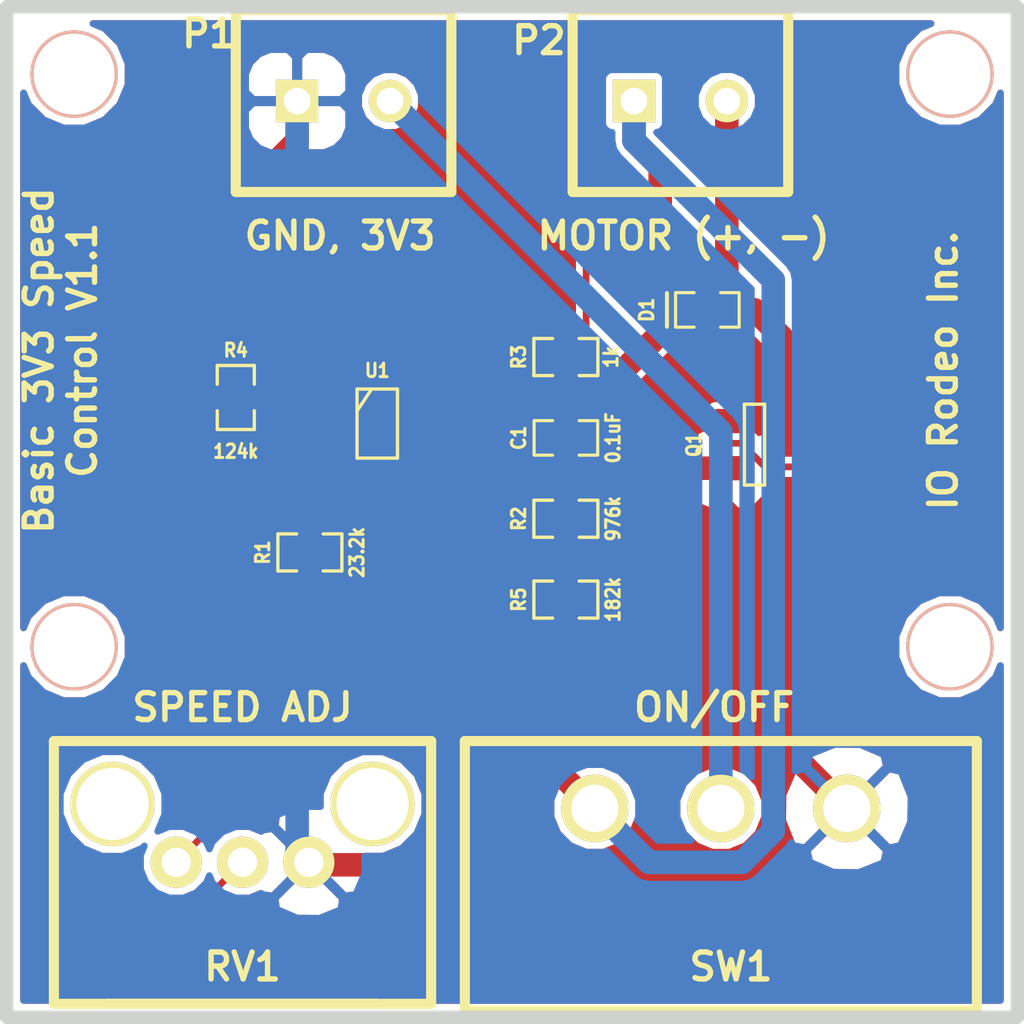
<source format=kicad_pcb>
(kicad_pcb (version 3) (host pcbnew "(2013-mar-13)-testing")

  (general
    (links 23)
    (no_connects 0)
    (area 20.436115 22.1996 66.056934 66.1924)
    (thickness 1.6)
    (drawings 10)
    (tracks 90)
    (zones 0)
    (modules 17)
    (nets 11)
  )

  (page A4)
  (layers
    (15 F.Cu signal)
    (0 B.Cu signal)
    (16 B.Adhes user)
    (17 F.Adhes user)
    (18 B.Paste user)
    (19 F.Paste user)
    (20 B.SilkS user)
    (21 F.SilkS user)
    (22 B.Mask user)
    (23 F.Mask user)
    (24 Dwgs.User user)
    (25 Cmts.User user)
    (26 Eco1.User user)
    (27 Eco2.User user)
    (28 Edge.Cuts user)
  )

  (setup
    (last_trace_width 0.254)
    (trace_clearance 0.254)
    (zone_clearance 0.254)
    (zone_45_only no)
    (trace_min 0.254)
    (segment_width 0.2)
    (edge_width 0.1)
    (via_size 0.889)
    (via_drill 0.635)
    (via_min_size 0.889)
    (via_min_drill 0.508)
    (uvia_size 0.508)
    (uvia_drill 0.127)
    (uvias_allowed no)
    (uvia_min_size 0.508)
    (uvia_min_drill 0.127)
    (pcb_text_width 0.3)
    (pcb_text_size 1.5 1.5)
    (mod_edge_width 0.15)
    (mod_text_size 1 1)
    (mod_text_width 0.15)
    (pad_size 1.5 1.5)
    (pad_drill 0.6)
    (pad_to_mask_clearance 0)
    (aux_axis_origin 0 0)
    (visible_elements FFFFFF7F)
    (pcbplotparams
      (layerselection 284196865)
      (usegerberextensions true)
      (excludeedgelayer true)
      (linewidth 0.150000)
      (plotframeref false)
      (viasonmask false)
      (mode 1)
      (useauxorigin false)
      (hpglpennumber 1)
      (hpglpenspeed 20)
      (hpglpendiameter 15)
      (hpglpenoverlay 2)
      (psnegative false)
      (psa4output false)
      (plotreference true)
      (plotvalue true)
      (plotothertext true)
      (plotinvisibletext false)
      (padsonsilk false)
      (subtractmaskfromsilk false)
      (outputformat 1)
      (mirror false)
      (drillshape 0)
      (scaleselection 1)
      (outputdirectory gerber_v1p1/))
  )

  (net 0 "")
  (net 1 +3.3V)
  (net 2 GND)
  (net 3 N-000001)
  (net 4 N-0000010)
  (net 5 N-000002)
  (net 6 N-000003)
  (net 7 N-000004)
  (net 8 N-000006)
  (net 9 N-000007)
  (net 10 N-000008)

  (net_class Default "This is the default net class."
    (clearance 0.254)
    (trace_width 0.254)
    (via_dia 0.889)
    (via_drill 0.635)
    (uvia_dia 0.508)
    (uvia_drill 0.127)
    (add_net "")
    (add_net N-0000010)
    (add_net N-000002)
    (add_net N-000003)
    (add_net N-000006)
    (add_net N-000007)
    (add_net N-000008)
  )

  (net_class PWR ""
    (clearance 0.254)
    (trace_width 0.889)
    (via_dia 0.889)
    (via_drill 0.635)
    (uvia_dia 0.508)
    (uvia_drill 0.127)
    (add_net +3.3V)
    (add_net GND)
    (add_net N-000001)
    (add_net N-000004)
  )

  (module SM0603_Capa (layer F.Cu) (tedit 529F9814) (tstamp 529F90D8)
    (at 46.482 41.656)
    (path /529D4B5F)
    (attr smd)
    (fp_text reference C1 (at -1.778 0 90) (layer F.SilkS)
      (effects (font (size 0.508 0.4572) (thickness 0.1143)))
    )
    (fp_text value 0.1uF (at 1.778 0 90) (layer F.SilkS)
      (effects (font (size 0.508 0.4572) (thickness 0.1143)))
    )
    (fp_line (start 0.50038 0.65024) (end 1.19888 0.65024) (layer F.SilkS) (width 0.11938))
    (fp_line (start -0.50038 0.65024) (end -1.19888 0.65024) (layer F.SilkS) (width 0.11938))
    (fp_line (start 0.50038 -0.65024) (end 1.19888 -0.65024) (layer F.SilkS) (width 0.11938))
    (fp_line (start -1.19888 -0.65024) (end -0.50038 -0.65024) (layer F.SilkS) (width 0.11938))
    (fp_line (start 1.19888 -0.635) (end 1.19888 0.635) (layer F.SilkS) (width 0.11938))
    (fp_line (start -1.19888 0.635) (end -1.19888 -0.635) (layer F.SilkS) (width 0.11938))
    (pad 1 smd rect (at -0.762 0) (size 0.635 1.143)
      (layers F.Cu F.Paste F.Mask)
      (net 1 +3.3V)
    )
    (pad 2 smd rect (at 0.762 0) (size 0.635 1.143)
      (layers F.Cu F.Paste F.Mask)
      (net 2 GND)
    )
    (model smd\capacitors\C0603.wrl
      (at (xyz 0 0 0.001))
      (scale (xyz 0.5 0.5 0.5))
      (rotate (xyz 0 0 0))
    )
  )

  (module SM0603_Diode (layer F.Cu) (tedit 529F98E3) (tstamp 529F90E5)
    (at 51.816 36.83 180)
    (path /529EAABE)
    (attr smd)
    (fp_text reference D1 (at 2.286 0 270) (layer F.SilkS)
      (effects (font (size 0.508 0.4572) (thickness 0.1143)))
    )
    (fp_text value DIODESCH (at -1.651 0 270) (layer F.SilkS) hide
      (effects (font (size 0.508 0.4572) (thickness 0.1143)))
    )
    (fp_line (start 1.524 -0.635) (end 1.524 0.635) (layer F.SilkS) (width 0.15))
    (fp_line (start 0.50038 0.65024) (end 1.19888 0.65024) (layer F.SilkS) (width 0.11938))
    (fp_line (start -0.50038 0.65024) (end -1.19888 0.65024) (layer F.SilkS) (width 0.11938))
    (fp_line (start 0.50038 -0.65024) (end 1.19888 -0.65024) (layer F.SilkS) (width 0.11938))
    (fp_line (start -1.19888 -0.65024) (end -0.50038 -0.65024) (layer F.SilkS) (width 0.11938))
    (fp_line (start 1.19888 -0.635) (end 1.19888 0.635) (layer F.SilkS) (width 0.11938))
    (fp_line (start -1.19888 0.635) (end -1.19888 -0.635) (layer F.SilkS) (width 0.11938))
    (pad 1 smd rect (at -0.762 0 180) (size 0.635 1.143)
      (layers F.Cu F.Paste F.Mask)
      (net 7 N-000004)
    )
    (pad 2 smd rect (at 0.762 0 180) (size 0.635 1.143)
      (layers F.Cu F.Paste F.Mask)
      (net 1 +3.3V)
    )
    (model smd\capacitors\C0603.wrl
      (at (xyz 0 0 0.001))
      (scale (xyz 0.5 0.5 0.5))
      (rotate (xyz 0 0 0))
    )
  )

  (module BLOCK_CONN_2X1 (layer F.Cu) (tedit 529F994E) (tstamp 529F90EF)
    (at 38.1 28.956)
    (path /529D4883)
    (fp_text reference P1 (at -5.08 -2.54) (layer F.SilkS)
      (effects (font (size 1.016 1.016) (thickness 0.2032)))
    )
    (fp_text value CONN_2 (at 0.508 -5.588) (layer F.SilkS) hide
      (effects (font (thickness 0.3048)))
    )
    (fp_line (start -4.064 -3.429) (end -4.064 3.429) (layer F.SilkS) (width 0.381))
    (fp_line (start -4.064 3.429) (end 4.064 3.429) (layer F.SilkS) (width 0.381))
    (fp_line (start 4.064 3.429) (end 4.064 -3.429) (layer F.SilkS) (width 0.381))
    (fp_line (start 4.064 -3.429) (end -4.064 -3.429) (layer F.SilkS) (width 0.381))
    (pad 1 thru_hole rect (at -1.75006 0) (size 1.6002 1.6002) (drill 1.00076)
      (layers *.Cu *.Mask F.SilkS)
      (net 2 GND)
    )
    (pad 2 thru_hole circle (at 1.75006 0) (size 1.6002 1.6002) (drill 1.00076)
      (layers *.Cu *.Mask F.SilkS)
      (net 3 N-000001)
    )
  )

  (module BLOCK_CONN_2X1 (layer F.Cu) (tedit 529F994A) (tstamp 529F90F9)
    (at 50.8 28.956)
    (path /529D4D6D)
    (fp_text reference P2 (at -5.334 -2.286) (layer F.SilkS)
      (effects (font (size 1.016 1.016) (thickness 0.2032)))
    )
    (fp_text value CONN_2 (at 0.508 -5.588) (layer F.SilkS) hide
      (effects (font (thickness 0.3048)))
    )
    (fp_line (start -4.064 -3.429) (end -4.064 3.429) (layer F.SilkS) (width 0.381))
    (fp_line (start -4.064 3.429) (end 4.064 3.429) (layer F.SilkS) (width 0.381))
    (fp_line (start 4.064 3.429) (end 4.064 -3.429) (layer F.SilkS) (width 0.381))
    (fp_line (start 4.064 -3.429) (end -4.064 -3.429) (layer F.SilkS) (width 0.381))
    (pad 1 thru_hole rect (at -1.75006 0) (size 1.6002 1.6002) (drill 1.00076)
      (layers *.Cu *.Mask F.SilkS)
      (net 1 +3.3V)
    )
    (pad 2 thru_hole circle (at 1.75006 0) (size 1.6002 1.6002) (drill 1.00076)
      (layers *.Cu *.Mask F.SilkS)
      (net 7 N-000004)
    )
  )

  (module SOT23EBC (layer F.Cu) (tedit 529F98C7) (tstamp 529F9104)
    (at 53.594 41.91 90)
    (descr "Module CMS SOT23 Transistore EBC")
    (tags "CMS SOT")
    (path /529D4B40)
    (attr smd)
    (fp_text reference Q1 (at 0 -2.286 90) (layer F.SilkS)
      (effects (font (size 0.508 0.4572) (thickness 0.1143)))
    )
    (fp_text value NPN (at 0 0 90) (layer F.SilkS) hide
      (effects (font (size 0.762 0.762) (thickness 0.2032)))
    )
    (fp_line (start -1.524 -0.381) (end 1.524 -0.381) (layer F.SilkS) (width 0.127))
    (fp_line (start 1.524 -0.381) (end 1.524 0.381) (layer F.SilkS) (width 0.127))
    (fp_line (start 1.524 0.381) (end -1.524 0.381) (layer F.SilkS) (width 0.127))
    (fp_line (start -1.524 0.381) (end -1.524 -0.381) (layer F.SilkS) (width 0.127))
    (pad 1 smd rect (at -0.889 -1.016 90) (size 0.9144 0.9144)
      (layers F.Cu F.Paste F.Mask)
      (net 2 GND)
    )
    (pad 2 smd rect (at 0.889 -1.016 90) (size 0.9144 0.9144)
      (layers F.Cu F.Paste F.Mask)
      (net 5 N-000002)
    )
    (pad 3 smd rect (at 0 1.016 90) (size 0.9144 0.9144)
      (layers F.Cu F.Paste F.Mask)
      (net 7 N-000004)
    )
    (model smd/cms_sot23.wrl
      (at (xyz 0 0 0))
      (scale (xyz 0.13 0.15 0.15))
      (rotate (xyz 0 0 0))
    )
  )

  (module SM0603_Resistor (layer F.Cu) (tedit 529F98F7) (tstamp 529F9110)
    (at 36.83 45.974 180)
    (path /529D3E31)
    (attr smd)
    (fp_text reference R1 (at 1.778 0 270) (layer F.SilkS)
      (effects (font (size 0.50038 0.4572) (thickness 0.1143)))
    )
    (fp_text value 23.2k (at -1.778 0 270) (layer F.SilkS)
      (effects (font (size 0.508 0.4572) (thickness 0.1143)))
    )
    (fp_line (start -0.50038 -0.6985) (end -1.2065 -0.6985) (layer F.SilkS) (width 0.127))
    (fp_line (start -1.2065 -0.6985) (end -1.2065 0.6985) (layer F.SilkS) (width 0.127))
    (fp_line (start -1.2065 0.6985) (end -0.50038 0.6985) (layer F.SilkS) (width 0.127))
    (fp_line (start 1.2065 -0.6985) (end 0.50038 -0.6985) (layer F.SilkS) (width 0.127))
    (fp_line (start 1.2065 -0.6985) (end 1.2065 0.6985) (layer F.SilkS) (width 0.127))
    (fp_line (start 1.2065 0.6985) (end 0.50038 0.6985) (layer F.SilkS) (width 0.127))
    (pad 1 smd rect (at -0.762 0 180) (size 0.635 1.143)
      (layers F.Cu F.Paste F.Mask)
      (net 1 +3.3V)
    )
    (pad 2 smd rect (at 0.762 0 180) (size 0.635 1.143)
      (layers F.Cu F.Paste F.Mask)
      (net 9 N-000007)
    )
    (model smd\resistors\R0603.wrl
      (at (xyz 0 0 0.001))
      (scale (xyz 0.5 0.5 0.5))
      (rotate (xyz 0 0 0))
    )
  )

  (module SM0603_Resistor (layer F.Cu) (tedit 529F981B) (tstamp 529F911C)
    (at 46.482 44.704)
    (path /529D46A6)
    (attr smd)
    (fp_text reference R2 (at -1.778 0 90) (layer F.SilkS)
      (effects (font (size 0.50038 0.4572) (thickness 0.1143)))
    )
    (fp_text value 976k (at 1.778 0 90) (layer F.SilkS)
      (effects (font (size 0.508 0.4572) (thickness 0.1143)))
    )
    (fp_line (start -0.50038 -0.6985) (end -1.2065 -0.6985) (layer F.SilkS) (width 0.127))
    (fp_line (start -1.2065 -0.6985) (end -1.2065 0.6985) (layer F.SilkS) (width 0.127))
    (fp_line (start -1.2065 0.6985) (end -0.50038 0.6985) (layer F.SilkS) (width 0.127))
    (fp_line (start 1.2065 -0.6985) (end 0.50038 -0.6985) (layer F.SilkS) (width 0.127))
    (fp_line (start 1.2065 -0.6985) (end 1.2065 0.6985) (layer F.SilkS) (width 0.127))
    (fp_line (start 1.2065 0.6985) (end 0.50038 0.6985) (layer F.SilkS) (width 0.127))
    (pad 1 smd rect (at -0.762 0) (size 0.635 1.143)
      (layers F.Cu F.Paste F.Mask)
      (net 1 +3.3V)
    )
    (pad 2 smd rect (at 0.762 0) (size 0.635 1.143)
      (layers F.Cu F.Paste F.Mask)
      (net 4 N-0000010)
    )
    (model smd\resistors\R0603.wrl
      (at (xyz 0 0 0.001))
      (scale (xyz 0.5 0.5 0.5))
      (rotate (xyz 0 0 0))
    )
  )

  (module SM0603_Resistor (layer F.Cu) (tedit 529F980A) (tstamp 529F9128)
    (at 46.482 38.608 180)
    (path /529D4BD5)
    (attr smd)
    (fp_text reference R3 (at 1.778 0 270) (layer F.SilkS)
      (effects (font (size 0.50038 0.4572) (thickness 0.1143)))
    )
    (fp_text value 1k (at -1.69926 0 270) (layer F.SilkS)
      (effects (font (size 0.508 0.4572) (thickness 0.1143)))
    )
    (fp_line (start -0.50038 -0.6985) (end -1.2065 -0.6985) (layer F.SilkS) (width 0.127))
    (fp_line (start -1.2065 -0.6985) (end -1.2065 0.6985) (layer F.SilkS) (width 0.127))
    (fp_line (start -1.2065 0.6985) (end -0.50038 0.6985) (layer F.SilkS) (width 0.127))
    (fp_line (start 1.2065 -0.6985) (end 0.50038 -0.6985) (layer F.SilkS) (width 0.127))
    (fp_line (start 1.2065 -0.6985) (end 1.2065 0.6985) (layer F.SilkS) (width 0.127))
    (fp_line (start 1.2065 0.6985) (end 0.50038 0.6985) (layer F.SilkS) (width 0.127))
    (pad 1 smd rect (at -0.762 0 180) (size 0.635 1.143)
      (layers F.Cu F.Paste F.Mask)
      (net 5 N-000002)
    )
    (pad 2 smd rect (at 0.762 0 180) (size 0.635 1.143)
      (layers F.Cu F.Paste F.Mask)
      (net 6 N-000003)
    )
    (model smd\resistors\R0603.wrl
      (at (xyz 0 0 0.001))
      (scale (xyz 0.5 0.5 0.5))
      (rotate (xyz 0 0 0))
    )
  )

  (module SM0603_Resistor (layer F.Cu) (tedit 529F98ED) (tstamp 529F9134)
    (at 34.036 40.132 90)
    (path /529D46DE)
    (attr smd)
    (fp_text reference R4 (at 1.778 0 180) (layer F.SilkS)
      (effects (font (size 0.50038 0.4572) (thickness 0.1143)))
    )
    (fp_text value 124k (at -2.032 0 180) (layer F.SilkS)
      (effects (font (size 0.508 0.4572) (thickness 0.1143)))
    )
    (fp_line (start -0.50038 -0.6985) (end -1.2065 -0.6985) (layer F.SilkS) (width 0.127))
    (fp_line (start -1.2065 -0.6985) (end -1.2065 0.6985) (layer F.SilkS) (width 0.127))
    (fp_line (start -1.2065 0.6985) (end -0.50038 0.6985) (layer F.SilkS) (width 0.127))
    (fp_line (start 1.2065 -0.6985) (end 0.50038 -0.6985) (layer F.SilkS) (width 0.127))
    (fp_line (start 1.2065 -0.6985) (end 1.2065 0.6985) (layer F.SilkS) (width 0.127))
    (fp_line (start 1.2065 0.6985) (end 0.50038 0.6985) (layer F.SilkS) (width 0.127))
    (pad 1 smd rect (at -0.762 0 90) (size 0.635 1.143)
      (layers F.Cu F.Paste F.Mask)
      (net 8 N-000006)
    )
    (pad 2 smd rect (at 0.762 0 90) (size 0.635 1.143)
      (layers F.Cu F.Paste F.Mask)
      (net 2 GND)
    )
    (model smd\resistors\R0603.wrl
      (at (xyz 0 0 0.001))
      (scale (xyz 0.5 0.5 0.5))
      (rotate (xyz 0 0 0))
    )
  )

  (module SM0603_Resistor (layer F.Cu) (tedit 529F9825) (tstamp 529F9140)
    (at 46.482 47.752)
    (path /529D46B5)
    (attr smd)
    (fp_text reference R5 (at -1.778 0 90) (layer F.SilkS)
      (effects (font (size 0.50038 0.4572) (thickness 0.1143)))
    )
    (fp_text value 182k (at 1.778 0 90) (layer F.SilkS)
      (effects (font (size 0.508 0.4572) (thickness 0.1143)))
    )
    (fp_line (start -0.50038 -0.6985) (end -1.2065 -0.6985) (layer F.SilkS) (width 0.127))
    (fp_line (start -1.2065 -0.6985) (end -1.2065 0.6985) (layer F.SilkS) (width 0.127))
    (fp_line (start -1.2065 0.6985) (end -0.50038 0.6985) (layer F.SilkS) (width 0.127))
    (fp_line (start 1.2065 -0.6985) (end 0.50038 -0.6985) (layer F.SilkS) (width 0.127))
    (fp_line (start 1.2065 -0.6985) (end 1.2065 0.6985) (layer F.SilkS) (width 0.127))
    (fp_line (start 1.2065 0.6985) (end 0.50038 0.6985) (layer F.SilkS) (width 0.127))
    (pad 1 smd rect (at -0.762 0) (size 0.635 1.143)
      (layers F.Cu F.Paste F.Mask)
      (net 4 N-0000010)
    )
    (pad 2 smd rect (at 0.762 0) (size 0.635 1.143)
      (layers F.Cu F.Paste F.Mask)
      (net 2 GND)
    )
    (model smd\resistors\R0603.wrl
      (at (xyz 0 0 0.001))
      (scale (xyz 0.5 0.5 0.5))
      (rotate (xyz 0 0 0))
    )
  )

  (module POT_EVUE2J (layer F.Cu) (tedit 529F9D17) (tstamp 529F9150)
    (at 34.29 57.658 270)
    (path /529D3DFF)
    (fp_text reference RV1 (at 3.937 0 360) (layer F.SilkS)
      (effects (font (size 1.016 1.016) (thickness 0.2032)))
    )
    (fp_text value 10k (at -6.604 0.254 360) (layer F.SilkS) hide
      (effects (font (size 1.016 1.016) (thickness 0.2032)))
    )
    (fp_line (start -4.572 7.112) (end 5.334 7.112) (layer F.SilkS) (width 0.381))
    (fp_line (start 5.334 7.112) (end 5.334 -7.112) (layer F.SilkS) (width 0.381))
    (fp_line (start -4.572 6.35) (end -4.572 7.112) (layer F.SilkS) (width 0.381))
    (fp_line (start -4.572 -7.112) (end 5.334 -7.112) (layer F.SilkS) (width 0.381))
    (fp_line (start -4.572 -6.35) (end -4.572 -7.112) (layer F.SilkS) (width 0.381))
    (fp_line (start -4.572 -6.35) (end -4.572 6.35) (layer F.SilkS) (width 0.381))
    (fp_line (start 5.334 -5.08) (end 5.334 5.08) (layer F.SilkS) (width 0.381))
    (pad 1 thru_hole circle (at 0 2.49936 270) (size 1.9304 1.9304) (drill 1.09982)
      (layers *.Cu *.Mask F.SilkS)
      (net 9 N-000007)
    )
    (pad 2 thru_hole circle (at 0 0 270) (size 1.9304 1.9304) (drill 1.09982)
      (layers *.Cu *.Mask F.SilkS)
      (net 10 N-000008)
    )
    (pad 3 thru_hole circle (at 0 -2.49936 270) (size 1.9304 1.9304) (drill 1.09982)
      (layers *.Cu *.Mask F.SilkS)
      (net 2 GND)
    )
    (pad "" thru_hole circle (at -2.19964 4.9022 270) (size 3.175 3.175) (drill 2.7178)
      (layers *.Cu *.Mask F.SilkS)
    )
    (pad "" thru_hole circle (at -2.19964 -4.9022 270) (size 3.175 3.175) (drill 2.7178)
      (layers *.Cu *.Mask F.SilkS)
    )
  )

  (module SLIDE_SWITCH (layer F.Cu) (tedit 529F9D12) (tstamp 529F915B)
    (at 52.324 58.166)
    (path /529D5079)
    (fp_text reference SW1 (at 0.381 3.429) (layer F.SilkS)
      (effects (font (size 1.016 1.016) (thickness 0.2032)))
    )
    (fp_text value SWITCH_INV (at 0 6.858) (layer F.SilkS) hide
      (effects (font (thickness 0.3048)))
    )
    (fp_line (start -9.652 -5.08) (end 9.652 -5.08) (layer F.SilkS) (width 0.381))
    (fp_line (start 9.652 -5.08) (end 9.652 5.08) (layer F.SilkS) (width 0.381))
    (fp_line (start 9.652 5.08) (end -9.652 5.08) (layer F.SilkS) (width 0.381))
    (fp_line (start -9.652 5.08) (end -9.652 -5.08) (layer F.SilkS) (width 0.381))
    (pad 1 thru_hole circle (at -4.7498 -2.54) (size 2.54 2.54) (drill 1.778)
      (layers *.Cu *.Mask F.SilkS)
      (net 1 +3.3V)
    )
    (pad 2 thru_hole circle (at 0 -2.54) (size 2.54 2.54) (drill 1.778)
      (layers *.Cu *.Mask F.SilkS)
      (net 3 N-000001)
    )
    (pad 3 thru_hole circle (at 4.7498 -2.54) (size 2.54 2.54) (drill 1.778)
      (layers *.Cu *.Mask F.SilkS)
      (net 2 GND)
    )
  )

  (module SOT23_6_CUSTOM (layer F.Cu) (tedit 529F9915) (tstamp 529F916A)
    (at 39.37 41.148 270)
    (path /529D3DDB)
    (fp_text reference U1 (at -2.032 0 360) (layer F.SilkS)
      (effects (font (size 0.508 0.4572) (thickness 0.1143)))
    )
    (fp_text value LTC6992_TSOT_32_6 (at 0.0635 0 270) (layer F.SilkS) hide
      (effects (font (size 0.50038 0.50038) (thickness 0.0762)))
    )
    (fp_line (start -0.508 0.762) (end -1.27 0.254) (layer F.SilkS) (width 0.127))
    (fp_line (start 1.27 0.762) (end -1.3335 0.762) (layer F.SilkS) (width 0.127))
    (fp_line (start -1.3335 0.762) (end -1.3335 -0.762) (layer F.SilkS) (width 0.127))
    (fp_line (start -1.3335 -0.762) (end 1.27 -0.762) (layer F.SilkS) (width 0.127))
    (fp_line (start 1.27 -0.762) (end 1.27 0.762) (layer F.SilkS) (width 0.127))
    (pad 6 smd rect (at -0.95 -1.31 270) (size 0.62 1.22)
      (layers F.Cu F.Paste F.Mask)
      (net 6 N-000003)
    )
    (pad 5 smd rect (at 0 -1.31 270) (size 0.62 1.22)
      (layers F.Cu F.Paste F.Mask)
      (net 1 +3.3V)
    )
    (pad 4 smd rect (at 0.95 -1.31 270) (size 0.62 1.22)
      (layers F.Cu F.Paste F.Mask)
      (net 4 N-0000010)
    )
    (pad 3 smd rect (at 0.95 1.31 270) (size 0.62 1.22)
      (layers F.Cu F.Paste F.Mask)
      (net 8 N-000006)
    )
    (pad 2 smd rect (at 0 1.31 270) (size 0.62 1.22)
      (layers F.Cu F.Paste F.Mask)
      (net 2 GND)
    )
    (pad 1 smd rect (at -0.95 1.31 270) (size 0.62 1.22)
      (layers F.Cu F.Paste F.Mask)
      (net 10 N-000008)
    )
    (model smd/SOT23_6.wrl
      (at (xyz 0 0 0))
      (scale (xyz 0.11 0.11 0.11))
      (rotate (xyz 0 0 0))
    )
  )

  (module MOUNT_HOLE_4_40 (layer F.Cu) (tedit 529F9EAE) (tstamp 529F9CF2)
    (at 27.94 49.53)
    (fp_text reference M4 (at 0 -2.032) (layer F.SilkS) hide
      (effects (font (size 0.254 0.254) (thickness 0.0635)))
    )
    (fp_text value VAL** (at 0 2.032) (layer F.SilkS) hide
      (effects (font (size 0.254 0.254) (thickness 0.0635)))
    )
    (pad "" thru_hole circle (at 0 0) (size 3.302 3.302) (drill 3.048)
      (layers *.Cu *.SilkS *.Mask)
    )
  )

  (module MOUNT_HOLE_4_40 (layer F.Cu) (tedit 529F9EA2) (tstamp 529F9CFB)
    (at 61.214 27.432)
    (fp_text reference M2 (at 0 -2.032) (layer F.SilkS) hide
      (effects (font (size 0.254 0.254) (thickness 0.0635)))
    )
    (fp_text value VAL** (at 0 2.032) (layer F.SilkS) hide
      (effects (font (size 0.254 0.254) (thickness 0.0635)))
    )
    (pad "" thru_hole circle (at -0.254 0.508) (size 3.302 3.302) (drill 3.048)
      (layers *.Cu *.SilkS *.Mask)
    )
  )

  (module MOUNT_HOLE_4_40 (layer F.Cu) (tedit 529F9E95) (tstamp 529F9D1E)
    (at 27.94 27.94)
    (fp_text reference M1 (at 0 -2.032) (layer F.SilkS) hide
      (effects (font (size 0.254 0.254) (thickness 0.0635)))
    )
    (fp_text value VAL** (at 0 2.032) (layer F.SilkS) hide
      (effects (font (size 0.254 0.254) (thickness 0.0635)))
    )
    (pad "" thru_hole circle (at 0 0) (size 3.302 3.302) (drill 3.048)
      (layers *.Cu *.SilkS *.Mask)
    )
  )

  (module MOUNT_HOLE_4_40 (layer F.Cu) (tedit 529F9EBD) (tstamp 529F9D27)
    (at 60.96 49.53)
    (fp_text reference M3 (at 0 -2.032) (layer F.SilkS) hide
      (effects (font (size 0.254 0.254) (thickness 0.0635)))
    )
    (fp_text value VAL** (at 0 2.032) (layer F.SilkS) hide
      (effects (font (size 0.254 0.254) (thickness 0.0635)))
    )
    (pad "" thru_hole circle (at 0 0) (size 3.302 3.302) (drill 3.048)
      (layers *.Cu *.SilkS *.Mask)
    )
  )

  (gr_text "IO Rodeo Inc." (at 60.706 39.116 90) (layer F.SilkS)
    (effects (font (size 1.016 1.016) (thickness 0.2032)))
  )
  (gr_text "Basic 3V3 Speed \nControl V1.1" (at 27.432 38.354 90) (layer F.SilkS)
    (effects (font (size 1.016 1.016) (thickness 0.2032)))
  )
  (gr_text ON/OFF (at 52.07 51.816) (layer F.SilkS)
    (effects (font (size 1.016 1.016) (thickness 0.2032)))
  )
  (gr_text "SPEED ADJ" (at 34.29 51.816) (layer F.SilkS)
    (effects (font (size 1.016 1.016) (thickness 0.2032)))
  )
  (gr_text "MOTOR (+, -) " (at 51.308 34.036) (layer F.SilkS)
    (effects (font (size 1.016 1.016) (thickness 0.2032)))
  )
  (gr_text "GND, 3V3 " (at 38.354 34.036) (layer F.SilkS)
    (effects (font (size 1.016 1.016) (thickness 0.2032)))
  )
  (gr_line (start 25.4 25.4) (end 63.5 25.4) (angle 90) (layer Edge.Cuts) (width 0.508))
  (gr_line (start 63.5 25.4) (end 63.5 63.5) (angle 90) (layer Edge.Cuts) (width 0.508))
  (gr_line (start 25.4 63.5) (end 63.5 63.5) (angle 90) (layer Edge.Cuts) (width 0.508))
  (gr_line (start 25.4 25.4) (end 25.4 63.5) (angle 90) (layer Edge.Cuts) (width 0.508))

  (segment (start 37.592 45.974) (end 38.6083 45.974) (width 0.889) (layer F.Cu) (net 1))
  (segment (start 38.6083 46.6601) (end 38.6083 45.974) (width 0.889) (layer F.Cu) (net 1))
  (segment (start 47.5742 55.626) (end 38.6083 46.6601) (width 0.889) (layer F.Cu) (net 1))
  (segment (start 45.72 43.9519) (end 45.72 44.704) (width 0.6348) (layer F.Cu) (net 1))
  (segment (start 45.72 43.9519) (end 45.72 41.656) (width 0.889) (layer F.Cu) (net 1))
  (segment (start 45.72 41.656) (end 45.72 41.1455) (width 0.889) (layer F.Cu) (net 1))
  (segment (start 41.8567 41.1455) (end 41.8542 41.148) (width 0.6198) (layer F.Cu) (net 1))
  (segment (start 41.989 41.1455) (end 41.8567 41.1455) (width 0.6198) (layer F.Cu) (net 1))
  (segment (start 40.68 41.148) (end 41.8542 41.148) (width 0.6198) (layer F.Cu) (net 1))
  (segment (start 49.6064 57.6582) (end 47.5742 55.626) (width 0.889) (layer B.Cu) (net 1))
  (segment (start 53.1243 57.6582) (end 49.6064 57.6582) (width 0.889) (layer B.Cu) (net 1))
  (segment (start 54.2998 56.4827) (end 53.1243 57.6582) (width 0.889) (layer B.Cu) (net 1))
  (segment (start 54.2998 35.7048) (end 54.2998 56.4827) (width 0.889) (layer B.Cu) (net 1))
  (segment (start 49.0499 30.4549) (end 54.2998 35.7048) (width 0.889) (layer B.Cu) (net 1))
  (segment (start 49.0499 28.956) (end 49.0499 30.4549) (width 0.889) (layer B.Cu) (net 1))
  (segment (start 51.054 36.83) (end 50.0377 36.83) (width 0.889) (layer F.Cu) (net 1))
  (segment (start 45.72 41.1455) (end 41.989 41.1455) (width 0.889) (layer F.Cu) (net 1))
  (segment (start 50.0377 37.7193) (end 50.0377 36.83) (width 0.889) (layer F.Cu) (net 1))
  (segment (start 47.4543 40.3027) (end 50.0377 37.7193) (width 0.889) (layer F.Cu) (net 1))
  (segment (start 46.5628 40.3027) (end 47.4543 40.3027) (width 0.889) (layer F.Cu) (net 1))
  (segment (start 45.72 41.1455) (end 46.5628 40.3027) (width 0.889) (layer F.Cu) (net 1))
  (segment (start 50.0377 31.4427) (end 50.0377 36.83) (width 0.889) (layer F.Cu) (net 1))
  (segment (start 49.0499 30.4549) (end 50.0377 31.4427) (width 0.889) (layer F.Cu) (net 1))
  (segment (start 49.0499 28.956) (end 49.0499 30.4549) (width 0.889) (layer F.Cu) (net 1))
  (segment (start 47.244 41.656) (end 48.2603 41.656) (width 0.889) (layer F.Cu) (net 2))
  (segment (start 36.7511 41.148) (end 38.06 41.148) (width 0.6198) (layer F.Cu) (net 2))
  (segment (start 35.3063 39.7032) (end 35.3063 39.37) (width 0.889) (layer F.Cu) (net 2))
  (segment (start 36.7511 41.148) (end 35.3063 39.7032) (width 0.889) (layer F.Cu) (net 2))
  (segment (start 34.036 39.37) (end 34.6712 39.37) (width 0.889) (layer F.Cu) (net 2))
  (segment (start 34.6712 39.37) (end 35.3063 39.37) (width 0.889) (layer F.Cu) (net 2))
  (segment (start 34.6712 32.1336) (end 36.3499 30.4549) (width 0.889) (layer F.Cu) (net 2))
  (segment (start 34.6712 39.37) (end 34.6712 32.1336) (width 0.889) (layer F.Cu) (net 2))
  (segment (start 36.3499 28.956) (end 36.3499 30.4549) (width 0.889) (layer F.Cu) (net 2))
  (segment (start 47.244 47.752) (end 48.2603 47.752) (width 0.889) (layer F.Cu) (net 2))
  (segment (start 52.578 42.799) (end 49.4033 42.799) (width 0.889) (layer F.Cu) (net 2))
  (segment (start 49.4033 42.799) (end 48.2603 41.656) (width 0.889) (layer F.Cu) (net 2))
  (segment (start 36.3499 57.2185) (end 36.7894 57.658) (width 0.889) (layer B.Cu) (net 2))
  (segment (start 36.3499 28.956) (end 36.3499 57.2185) (width 0.889) (layer B.Cu) (net 2))
  (segment (start 49.4033 46.609) (end 49.4033 42.799) (width 0.889) (layer F.Cu) (net 2))
  (segment (start 48.2603 47.752) (end 49.4033 46.609) (width 0.889) (layer F.Cu) (net 2))
  (segment (start 55.0675 53.6197) (end 49.9491 53.6197) (width 0.889) (layer F.Cu) (net 2))
  (segment (start 57.0738 55.626) (end 55.0675 53.6197) (width 0.889) (layer F.Cu) (net 2))
  (segment (start 36.8836 57.7522) (end 36.7894 57.658) (width 0.889) (layer F.Cu) (net 2))
  (segment (start 48.234 57.7522) (end 36.8836 57.7522) (width 0.889) (layer F.Cu) (net 2))
  (segment (start 49.9491 56.0371) (end 48.234 57.7522) (width 0.889) (layer F.Cu) (net 2))
  (segment (start 49.9491 53.6197) (end 49.9491 56.0371) (width 0.889) (layer F.Cu) (net 2))
  (segment (start 49.9491 49.4408) (end 49.9491 53.6197) (width 0.889) (layer F.Cu) (net 2))
  (segment (start 48.2603 47.752) (end 49.9491 49.4408) (width 0.889) (layer F.Cu) (net 2))
  (segment (start 52.324 41.4299) (end 39.8501 28.956) (width 0.889) (layer B.Cu) (net 3))
  (segment (start 52.324 55.626) (end 52.324 41.4299) (width 0.889) (layer B.Cu) (net 3))
  (segment (start 47.244 44.704) (end 46.5452 44.704) (width 0.254) (layer F.Cu) (net 4))
  (segment (start 40.68 42.098) (end 41.6713 42.098) (width 0.254) (layer F.Cu) (net 4))
  (segment (start 41.6713 42.098) (end 45.7521 46.1787) (width 0.254) (layer F.Cu) (net 4))
  (segment (start 45.72 46.2108) (end 45.7521 46.1787) (width 0.254) (layer F.Cu) (net 4))
  (segment (start 45.72 47.752) (end 45.72 46.2108) (width 0.254) (layer F.Cu) (net 4))
  (segment (start 46.5452 45.3856) (end 46.5452 44.704) (width 0.254) (layer F.Cu) (net 4))
  (segment (start 45.7521 46.1787) (end 46.5452 45.3856) (width 0.254) (layer F.Cu) (net 4))
  (segment (start 53.0975 41.8595) (end 52.578 41.8595) (width 0.254) (layer F.Cu) (net 5))
  (segment (start 53.9866 42.7486) (end 53.0975 41.8595) (width 0.254) (layer F.Cu) (net 5))
  (segment (start 55.2434 42.7486) (end 53.9866 42.7486) (width 0.254) (layer F.Cu) (net 5))
  (segment (start 55.4971 42.4949) (end 55.2434 42.7486) (width 0.254) (layer F.Cu) (net 5))
  (segment (start 55.4971 30.1916) (end 55.4971 42.4949) (width 0.254) (layer F.Cu) (net 5))
  (segment (start 53.0324 27.7269) (end 55.4971 30.1916) (width 0.254) (layer F.Cu) (net 5))
  (segment (start 48.1343 27.7269) (end 53.0324 27.7269) (width 0.254) (layer F.Cu) (net 5))
  (segment (start 47.244 28.6172) (end 48.1343 27.7269) (width 0.254) (layer F.Cu) (net 5))
  (segment (start 47.244 38.608) (end 47.244 28.6172) (width 0.254) (layer F.Cu) (net 5))
  (segment (start 52.578 41.021) (end 52.578 41.8595) (width 0.254) (layer F.Cu) (net 5))
  (segment (start 43.2613 38.608) (end 45.72 38.608) (width 0.254) (layer F.Cu) (net 6))
  (segment (start 41.6713 40.198) (end 43.2613 38.608) (width 0.254) (layer F.Cu) (net 6))
  (segment (start 40.68 40.198) (end 41.6713 40.198) (width 0.254) (layer F.Cu) (net 6))
  (segment (start 54.61 37.8457) (end 53.5943 36.83) (width 0.889) (layer F.Cu) (net 7))
  (segment (start 54.61 41.91) (end 54.61 37.8457) (width 0.889) (layer F.Cu) (net 7))
  (segment (start 52.578 36.83) (end 53.5943 36.83) (width 0.889) (layer F.Cu) (net 7))
  (segment (start 52.5501 35.5318) (end 52.578 35.5597) (width 0.889) (layer F.Cu) (net 7))
  (segment (start 52.5501 28.956) (end 52.5501 35.5318) (width 0.889) (layer F.Cu) (net 7))
  (segment (start 52.578 36.83) (end 52.578 35.5597) (width 0.889) (layer F.Cu) (net 7))
  (segment (start 34.5412 42.098) (end 34.036 41.5928) (width 0.254) (layer F.Cu) (net 8))
  (segment (start 38.06 42.098) (end 34.5412 42.098) (width 0.254) (layer F.Cu) (net 8))
  (segment (start 34.036 40.894) (end 34.036 41.5928) (width 0.254) (layer F.Cu) (net 8))
  (segment (start 36.068 53.3806) (end 36.068 45.974) (width 0.254) (layer F.Cu) (net 9))
  (segment (start 31.7906 57.658) (end 36.068 53.3806) (width 0.254) (layer F.Cu) (net 9))
  (segment (start 38.06 40.198) (end 39.0513 40.198) (width 0.254) (layer F.Cu) (net 10))
  (segment (start 32.9387 59.0093) (end 34.29 57.658) (width 0.254) (layer F.Cu) (net 10))
  (segment (start 30.1121 59.0093) (end 32.9387 59.0093) (width 0.254) (layer F.Cu) (net 10))
  (segment (start 27.3853 56.2825) (end 30.1121 59.0093) (width 0.254) (layer F.Cu) (net 10))
  (segment (start 27.3853 53.209) (end 27.3853 56.2825) (width 0.254) (layer F.Cu) (net 10))
  (segment (start 37.3105 43.2838) (end 27.3853 53.209) (width 0.254) (layer F.Cu) (net 10))
  (segment (start 38.341 43.2838) (end 37.3105 43.2838) (width 0.254) (layer F.Cu) (net 10))
  (segment (start 39.0513 42.5735) (end 38.341 43.2838) (width 0.254) (layer F.Cu) (net 10))
  (segment (start 39.0513 40.198) (end 39.0513 42.5735) (width 0.254) (layer F.Cu) (net 10))

  (zone (net 2) (net_name GND) (layer B.Cu) (tstamp 52E18AE2) (hatch edge 0.508)
    (connect_pads (clearance 0.254))
    (min_thickness 0.254)
    (fill (arc_segments 16) (thermal_gap 1.016) (thermal_bridge_width 0.381))
    (polygon
      (pts
        (xy 62.992 62.992) (xy 25.908 62.992) (xy 25.908 25.908) (xy 62.992 25.908)
      )
    )
    (filled_polygon
      (pts
        (xy 62.865 62.865) (xy 59.493039 62.865) (xy 59.493039 55.178539) (xy 59.137649 54.286797) (xy 59.100863 54.231742)
        (xy 58.655666 54.133937) (xy 58.565863 54.22374) (xy 58.565863 54.044134) (xy 58.468058 53.598937) (xy 57.586202 53.219679)
        (xy 56.626339 53.206761) (xy 55.734597 53.562151) (xy 55.679542 53.598937) (xy 55.581737 54.044134) (xy 57.0738 55.536197)
        (xy 58.565863 54.044134) (xy 58.565863 54.22374) (xy 57.163603 55.626) (xy 58.655666 57.118063) (xy 59.100863 57.020258)
        (xy 59.480121 56.138402) (xy 59.493039 55.178539) (xy 59.493039 62.865) (xy 58.565863 62.865) (xy 58.565863 57.207866)
        (xy 57.0738 55.715803) (xy 56.983997 55.805606) (xy 56.983997 55.626) (xy 55.491934 54.133937) (xy 55.1253 54.214482)
        (xy 55.1253 35.704805) (xy 55.1253 35.7048) (xy 55.125301 35.7048) (xy 55.062463 35.388895) (xy 54.883517 35.121084)
        (xy 54.883517 35.121083) (xy 54.883513 35.12108) (xy 53.731364 33.968931) (xy 53.731364 28.722095) (xy 53.551932 28.287835)
        (xy 53.219973 27.955296) (xy 52.786026 27.775106) (xy 52.316155 27.774696) (xy 51.881895 27.954128) (xy 51.549356 28.286087)
        (xy 51.369166 28.720034) (xy 51.368756 29.189905) (xy 51.548188 29.624165) (xy 51.880147 29.956704) (xy 52.314094 30.136894)
        (xy 52.783965 30.137304) (xy 53.218225 29.957872) (xy 53.550764 29.625913) (xy 53.730954 29.191966) (xy 53.731364 28.722095)
        (xy 53.731364 33.968931) (xy 49.899533 30.1371) (xy 49.925826 30.1371) (xy 50.06586 30.079096) (xy 50.173036 29.971919)
        (xy 50.23104 29.831885) (xy 50.23104 29.680314) (xy 50.23104 28.080114) (xy 50.173036 27.94008) (xy 50.065859 27.832904)
        (xy 49.925825 27.7749) (xy 49.774254 27.7749) (xy 48.174054 27.7749) (xy 48.03402 27.832904) (xy 47.926844 27.940081)
        (xy 47.86884 28.080115) (xy 47.86884 28.231686) (xy 47.86884 29.831886) (xy 47.926844 29.97192) (xy 48.034021 30.079096)
        (xy 48.174055 30.1371) (xy 48.2244 30.1371) (xy 48.2244 30.4549) (xy 48.287237 30.770806) (xy 48.466183 31.038617)
        (xy 53.4743 36.046733) (xy 53.4743 54.441402) (xy 53.260437 54.227166) (xy 53.1495 54.1811) (xy 53.1495 41.429905)
        (xy 53.1495 41.4299) (xy 53.149501 41.4299) (xy 53.086663 41.113995) (xy 52.907717 40.846184) (xy 52.907717 40.846183)
        (xy 52.907713 40.84618) (xy 41.031148 28.969614) (xy 41.031364 28.722095) (xy 40.851932 28.287835) (xy 40.519973 27.955296)
        (xy 40.086026 27.775106) (xy 39.616155 27.774696) (xy 39.181895 27.954128) (xy 38.849356 28.286087) (xy 38.669166 28.720034)
        (xy 38.668756 29.189905) (xy 38.848188 29.624165) (xy 39.180147 29.956704) (xy 39.614094 30.136894) (xy 39.863777 30.137111)
        (xy 51.4985 41.771833) (xy 51.4985 54.180704) (xy 51.390005 54.225534) (xy 50.925166 54.689563) (xy 50.673287 55.296155)
        (xy 50.672714 55.952963) (xy 50.923534 56.559995) (xy 51.195763 56.8327) (xy 49.948334 56.8327) (xy 49.179894 56.06426)
        (xy 49.224913 55.955845) (xy 49.225486 55.299037) (xy 48.974666 54.692005) (xy 48.510637 54.227166) (xy 47.904045 53.975287)
        (xy 47.247237 53.974714) (xy 46.640205 54.225534) (xy 46.175366 54.689563) (xy 45.923487 55.296155) (xy 45.922914 55.952963)
        (xy 46.173734 56.559995) (xy 46.637763 57.024834) (xy 47.244355 57.276713) (xy 47.901163 57.277286) (xy 48.01218 57.231414)
        (xy 49.022683 58.241917) (xy 49.290495 58.420863) (xy 49.6064 58.483701) (xy 49.6064 58.4837) (xy 49.606405 58.4837)
        (xy 53.1243 58.4837) (xy 53.440205 58.420863) (xy 53.440206 58.420863) (xy 53.708017 58.241917) (xy 54.883517 57.066417)
        (xy 54.98798 56.910075) (xy 55.009951 56.965203) (xy 55.046737 57.020258) (xy 55.491934 57.118063) (xy 56.983997 55.626)
        (xy 56.983997 55.805606) (xy 55.581737 57.207866) (xy 55.679542 57.653063) (xy 56.561398 58.032321) (xy 57.521261 58.045239)
        (xy 58.413003 57.689849) (xy 58.468058 57.653063) (xy 58.565863 57.207866) (xy 58.565863 62.865) (xy 41.161041 62.865)
        (xy 41.161041 55.068519) (xy 40.861986 54.344751) (xy 40.308721 53.79052) (xy 39.585477 53.490203) (xy 38.802359 53.489519)
        (xy 38.29304 53.699965) (xy 38.29304 29.983457) (xy 38.29304 29.528743) (xy 38.29304 29.30525) (xy 38.29304 28.60675)
        (xy 38.29304 28.383257) (xy 38.29304 27.928543) (xy 38.119029 27.508443) (xy 37.797498 27.186911) (xy 37.377397 27.0129)
        (xy 36.69919 27.0129) (xy 36.41344 27.29865) (xy 36.41344 28.8925) (xy 38.00729 28.8925) (xy 38.29304 28.60675)
        (xy 38.29304 29.30525) (xy 38.00729 29.0195) (xy 36.41344 29.0195) (xy 36.41344 30.61335) (xy 36.69919 30.8991)
        (xy 37.377397 30.8991) (xy 37.797498 30.725089) (xy 38.119029 30.403557) (xy 38.29304 29.983457) (xy 38.29304 53.699965)
        (xy 38.078591 53.788574) (xy 37.52436 54.341839) (xy 37.224043 55.065083) (xy 37.223616 55.553922) (xy 36.390531 55.545822)
        (xy 36.28644 55.587756) (xy 36.28644 30.61335) (xy 36.28644 29.0195) (xy 36.28644 28.8925) (xy 36.28644 27.29865)
        (xy 36.00069 27.0129) (xy 35.322483 27.0129) (xy 34.902382 27.186911) (xy 34.580851 27.508443) (xy 34.40684 27.928543)
        (xy 34.40684 28.383257) (xy 34.40684 28.60675) (xy 34.69259 28.8925) (xy 36.28644 28.8925) (xy 36.28644 29.0195)
        (xy 34.69259 29.0195) (xy 34.40684 29.30525) (xy 34.40684 29.528743) (xy 34.40684 29.983457) (xy 34.580851 30.403557)
        (xy 34.902382 30.725089) (xy 35.322483 30.8991) (xy 36.00069 30.8991) (xy 36.28644 30.61335) (xy 36.28644 55.587756)
        (xy 35.612595 55.859227) (xy 35.577839 55.882451) (xy 35.517155 56.295992) (xy 36.78936 57.568197) (xy 36.803501 57.554054)
        (xy 36.893304 57.643857) (xy 36.879163 57.658) (xy 38.151368 58.930205) (xy 38.564909 58.869521) (xy 38.893383 58.097826)
        (xy 38.899909 57.426605) (xy 39.582041 57.427201) (xy 40.305809 57.128146) (xy 40.86004 56.574881) (xy 41.160357 55.851637)
        (xy 41.161041 55.068519) (xy 41.161041 62.865) (xy 38.061565 62.865) (xy 38.061565 59.020008) (xy 36.78936 57.747803)
        (xy 36.699557 57.837606) (xy 36.699557 57.658) (xy 35.427352 56.385795) (xy 35.013811 56.446479) (xy 34.994122 56.492732)
        (xy 34.558951 56.312034) (xy 34.023399 56.311566) (xy 33.528435 56.516081) (xy 33.149412 56.894443) (xy 33.040305 57.157201)
        (xy 32.932559 56.896435) (xy 32.554197 56.517412) (xy 32.059591 56.312034) (xy 31.524039 56.311566) (xy 31.090614 56.490653)
        (xy 31.355957 55.851637) (xy 31.356641 55.068519) (xy 31.057586 54.344751) (xy 30.504321 53.79052) (xy 29.781077 53.490203)
        (xy 28.997959 53.489519) (xy 28.274191 53.788574) (xy 27.71996 54.341839) (xy 27.419643 55.065083) (xy 27.418959 55.848201)
        (xy 27.718014 56.571969) (xy 28.271279 57.1262) (xy 28.994523 57.426517) (xy 29.777641 57.427201) (xy 30.501409 57.128146)
        (xy 30.589542 57.040165) (xy 30.444674 57.389049) (xy 30.444206 57.924601) (xy 30.648721 58.419565) (xy 31.027083 58.798588)
        (xy 31.521689 59.003966) (xy 32.057241 59.004434) (xy 32.552205 58.799919) (xy 32.931228 58.421557) (xy 33.040334 58.158798)
        (xy 33.148081 58.419565) (xy 33.526443 58.798588) (xy 34.021049 59.003966) (xy 34.556601 59.004434) (xy 34.987253 58.826491)
        (xy 34.990587 58.834765) (xy 35.013811 58.869521) (xy 35.427352 58.930205) (xy 36.699557 57.658) (xy 36.699557 57.837606)
        (xy 35.517155 59.020008) (xy 35.577839 59.433549) (xy 36.349534 59.762023) (xy 37.188189 59.770178) (xy 37.966125 59.456773)
        (xy 38.000881 59.433549) (xy 38.061565 59.020008) (xy 38.061565 62.865) (xy 26.035 62.865) (xy 26.035 50.240631)
        (xy 26.21635 50.679532) (xy 26.787462 51.251641) (xy 27.534037 51.561646) (xy 28.342416 51.562352) (xy 29.089532 51.25365)
        (xy 29.661641 50.682538) (xy 29.971646 49.935963) (xy 29.972352 49.127584) (xy 29.66365 48.380468) (xy 29.092538 47.808359)
        (xy 28.345963 47.498354) (xy 27.537584 47.497648) (xy 26.790468 47.80635) (xy 26.218359 48.377462) (xy 26.035 48.819039)
        (xy 26.035 28.650631) (xy 26.21635 29.089532) (xy 26.787462 29.661641) (xy 27.534037 29.971646) (xy 28.342416 29.972352)
        (xy 29.089532 29.66365) (xy 29.661641 29.092538) (xy 29.971646 28.345963) (xy 29.972352 27.537584) (xy 29.66365 26.790468)
        (xy 29.092538 26.218359) (xy 28.65096 26.035) (xy 60.249368 26.035) (xy 59.810468 26.21635) (xy 59.238359 26.787462)
        (xy 58.928354 27.534037) (xy 58.927648 28.342416) (xy 59.23635 29.089532) (xy 59.807462 29.661641) (xy 60.554037 29.971646)
        (xy 61.362416 29.972352) (xy 62.109532 29.66365) (xy 62.681641 29.092538) (xy 62.865 28.65096) (xy 62.865 48.819368)
        (xy 62.68365 48.380468) (xy 62.112538 47.808359) (xy 61.365963 47.498354) (xy 60.557584 47.497648) (xy 59.810468 47.80635)
        (xy 59.238359 48.377462) (xy 58.928354 49.124037) (xy 58.927648 49.932416) (xy 59.23635 50.679532) (xy 59.807462 51.251641)
        (xy 60.554037 51.561646) (xy 61.362416 51.562352) (xy 62.109532 51.25365) (xy 62.681641 50.682538) (xy 62.865 50.24096)
        (xy 62.865 62.865)
      )
    )
  )
  (zone (net 2) (net_name GND) (layer F.Cu) (tstamp 52E18B02) (hatch edge 0.508)
    (connect_pads (clearance 0.254))
    (min_thickness 0.254)
    (fill (arc_segments 16) (thermal_gap 1.016) (thermal_bridge_width 0.381))
    (polygon
      (pts
        (xy 62.992 62.992) (xy 25.908 62.992) (xy 25.908 25.908) (xy 62.992 25.908)
      )
    )
    (filled_polygon
      (pts
        (xy 62.865 62.865) (xy 59.493039 62.865) (xy 59.493039 55.178539) (xy 59.137649 54.286797) (xy 59.100863 54.231742)
        (xy 58.655666 54.133937) (xy 58.565863 54.22374) (xy 58.565863 54.044134) (xy 58.468058 53.598937) (xy 57.586202 53.219679)
        (xy 56.626339 53.206761) (xy 55.734597 53.562151) (xy 55.679542 53.598937) (xy 55.581737 54.044134) (xy 57.0738 55.536197)
        (xy 58.565863 54.044134) (xy 58.565863 54.22374) (xy 57.163603 55.626) (xy 58.655666 57.118063) (xy 59.100863 57.020258)
        (xy 59.480121 56.138402) (xy 59.493039 55.178539) (xy 59.493039 62.865) (xy 58.565863 62.865) (xy 58.565863 57.207866)
        (xy 57.0738 55.715803) (xy 56.983997 55.805606) (xy 56.983997 55.626) (xy 55.491934 54.133937) (xy 55.046737 54.231742)
        (xy 54.667479 55.113598) (xy 54.654561 56.073461) (xy 55.009951 56.965203) (xy 55.046737 57.020258) (xy 55.491934 57.118063)
        (xy 56.983997 55.626) (xy 56.983997 55.805606) (xy 55.581737 57.207866) (xy 55.679542 57.653063) (xy 56.561398 58.032321)
        (xy 57.521261 58.045239) (xy 58.413003 57.689849) (xy 58.468058 57.653063) (xy 58.565863 57.207866) (xy 58.565863 62.865)
        (xy 53.975286 62.865) (xy 53.975286 55.299037) (xy 53.724466 54.692005) (xy 53.260437 54.227166) (xy 52.653845 53.975287)
        (xy 52.5145 53.975165) (xy 52.5145 44.11345) (xy 52.5145 42.8625) (xy 51.26355 42.8625) (xy 50.9778 43.14825)
        (xy 50.9778 43.483557) (xy 51.151811 43.903658) (xy 51.473343 44.225189) (xy 51.893443 44.3992) (xy 52.22875 44.3992)
        (xy 52.5145 44.11345) (xy 52.5145 53.975165) (xy 51.997037 53.974714) (xy 51.390005 54.225534) (xy 50.925166 54.689563)
        (xy 50.673287 55.296155) (xy 50.672714 55.952963) (xy 50.923534 56.559995) (xy 51.387563 57.024834) (xy 51.994155 57.276713)
        (xy 52.650963 57.277286) (xy 53.257995 57.026466) (xy 53.722834 56.562437) (xy 53.974713 55.955845) (xy 53.975286 55.299037)
        (xy 53.975286 62.865) (xy 41.161041 62.865) (xy 41.161041 55.068519) (xy 40.861986 54.344751) (xy 40.308721 53.79052)
        (xy 39.585477 53.490203) (xy 38.802359 53.489519) (xy 38.078591 53.788574) (xy 37.52436 54.341839) (xy 37.224043 55.065083)
        (xy 37.223616 55.553922) (xy 36.390531 55.545822) (xy 35.612595 55.859227) (xy 35.577839 55.882451) (xy 35.517155 56.295992)
        (xy 36.78936 57.568197) (xy 36.803501 57.554054) (xy 36.893304 57.643857) (xy 36.879163 57.658) (xy 38.151368 58.930205)
        (xy 38.564909 58.869521) (xy 38.893383 58.097826) (xy 38.899909 57.426605) (xy 39.582041 57.427201) (xy 40.305809 57.128146)
        (xy 40.86004 56.574881) (xy 41.160357 55.851637) (xy 41.161041 55.068519) (xy 41.161041 62.865) (xy 38.061565 62.865)
        (xy 38.061565 59.020008) (xy 36.78936 57.747803) (xy 35.517155 59.020008) (xy 35.577839 59.433549) (xy 36.349534 59.762023)
        (xy 37.188189 59.770178) (xy 37.966125 59.456773) (xy 38.000881 59.433549) (xy 38.061565 59.020008) (xy 38.061565 62.865)
        (xy 26.035 62.865) (xy 26.035 50.240631) (xy 26.21635 50.679532) (xy 26.787462 51.251641) (xy 27.534037 51.561646)
        (xy 28.313553 51.562326) (xy 27.02609 52.84979) (xy 26.915969 53.014597) (xy 26.8773 53.209) (xy 26.8773 56.2825)
        (xy 26.915969 56.476903) (xy 27.02609 56.64171) (xy 29.75289 59.368511) (xy 29.917697 59.478631) (xy 30.1121 59.5173)
        (xy 32.9387 59.5173) (xy 33.133103 59.478631) (xy 33.29791 59.36851) (xy 33.767667 58.898752) (xy 34.021049 59.003966)
        (xy 34.556601 59.004434) (xy 34.987253 58.826491) (xy 34.990587 58.834765) (xy 35.013811 58.869521) (xy 35.427352 58.930205)
        (xy 36.699557 57.658) (xy 35.427352 56.385795) (xy 35.013811 56.446479) (xy 34.994122 56.492732) (xy 34.558951 56.312034)
        (xy 34.023399 56.311566) (xy 33.737198 56.429821) (xy 36.42721 53.73981) (xy 36.537331 53.575004) (xy 36.537331 53.575003)
        (xy 36.576 53.3806) (xy 36.576 46.878983) (xy 36.60132 46.868496) (xy 36.708496 46.761319) (xy 36.7665 46.621285)
        (xy 36.7665 46.469714) (xy 36.7665 45.974) (xy 36.829337 46.289905) (xy 36.8935 46.385931) (xy 36.8935 46.621286)
        (xy 36.951504 46.76132) (xy 37.058681 46.868496) (xy 37.198715 46.9265) (xy 37.350286 46.9265) (xy 37.835789 46.9265)
        (xy 37.845637 46.976006) (xy 38.024583 47.243817) (xy 45.968505 55.187738) (xy 45.923487 55.296155) (xy 45.922914 55.952963)
        (xy 46.173734 56.559995) (xy 46.637763 57.024834) (xy 47.244355 57.276713) (xy 47.901163 57.277286) (xy 48.508195 57.026466)
        (xy 48.973034 56.562437) (xy 49.224913 55.955845) (xy 49.225486 55.299037) (xy 48.974666 54.692005) (xy 48.7045 54.421367)
        (xy 48.7045 48.550857) (xy 48.7045 48.10125) (xy 48.7045 47.40275) (xy 48.7045 46.953143) (xy 48.7045 42.454857)
        (xy 48.7045 42.00525) (xy 48.41875 41.7195) (xy 47.3075 41.7195) (xy 47.3075 43.08475) (xy 47.59325 43.3705)
        (xy 47.788857 43.3705) (xy 48.208958 43.196489) (xy 48.530489 42.874957) (xy 48.7045 42.454857) (xy 48.7045 46.953143)
        (xy 48.530489 46.533043) (xy 48.208958 46.211511) (xy 47.788857 46.0375) (xy 47.59325 46.0375) (xy 47.3075 46.32325)
        (xy 47.3075 47.6885) (xy 48.41875 47.6885) (xy 48.7045 47.40275) (xy 48.7045 48.10125) (xy 48.41875 47.8155)
        (xy 47.3075 47.8155) (xy 47.3075 49.18075) (xy 47.59325 49.4665) (xy 47.788857 49.4665) (xy 48.208958 49.292489)
        (xy 48.530489 48.970957) (xy 48.7045 48.550857) (xy 48.7045 54.421367) (xy 48.510637 54.227166) (xy 47.904045 53.975287)
        (xy 47.247237 53.974714) (xy 47.136218 54.020585) (xy 39.4338 46.318166) (xy 39.4338 45.974) (xy 39.370963 45.658095)
        (xy 39.192017 45.390283) (xy 38.924205 45.211337) (xy 38.6083 45.1485) (xy 38.194315 45.1485) (xy 38.125319 45.079504)
        (xy 37.985285 45.0215) (xy 37.833714 45.0215) (xy 37.198714 45.0215) (xy 37.05868 45.079504) (xy 36.951504 45.186681)
        (xy 36.8935 45.326715) (xy 36.8935 45.478286) (xy 36.8935 45.562068) (xy 36.829337 45.658095) (xy 36.7665 45.974)
        (xy 36.7665 45.326714) (xy 36.708496 45.18668) (xy 36.601319 45.079504) (xy 36.461285 45.0215) (xy 36.309714 45.0215)
        (xy 36.29122 45.0215) (xy 37.52092 43.7918) (xy 38.341 43.7918) (xy 38.535403 43.753131) (xy 38.70021 43.64301)
        (xy 39.41051 42.93271) (xy 39.520631 42.767903) (xy 39.5593 42.5735) (xy 39.5593 42.185146) (xy 39.638989 42.105458)
        (xy 39.689 41.98472) (xy 39.689 42.483786) (xy 39.747004 42.62382) (xy 39.854181 42.730996) (xy 39.994215 42.789)
        (xy 40.145786 42.789) (xy 41.365786 42.789) (xy 41.50582 42.730996) (xy 41.54585 42.690965) (xy 45.212 46.357025)
        (xy 45.212 46.847016) (xy 45.18668 46.857504) (xy 45.079504 46.964681) (xy 45.0215 47.104715) (xy 45.0215 47.256286)
        (xy 45.0215 48.399286) (xy 45.079504 48.53932) (xy 45.186681 48.646496) (xy 45.326715 48.7045) (xy 45.478286 48.7045)
        (xy 45.84714 48.7045) (xy 45.957511 48.970957) (xy 46.279042 49.292489) (xy 46.699143 49.4665) (xy 46.89475 49.4665)
        (xy 47.1805 49.18075) (xy 47.1805 47.8155) (xy 47.1605 47.8155) (xy 47.1605 47.6885) (xy 47.1805 47.6885)
        (xy 47.1805 46.32325) (xy 46.89475 46.0375) (xy 46.699143 46.0375) (xy 46.549902 46.099317) (xy 46.90441 45.74481)
        (xy 46.963417 45.6565) (xy 47.002286 45.6565) (xy 47.637286 45.6565) (xy 47.77732 45.598496) (xy 47.884496 45.491319)
        (xy 47.9425 45.351285) (xy 47.9425 45.199714) (xy 47.9425 44.056714) (xy 47.884496 43.91668) (xy 47.777319 43.809504)
        (xy 47.637285 43.7515) (xy 47.485714 43.7515) (xy 46.850714 43.7515) (xy 46.71068 43.809504) (xy 46.603504 43.916681)
        (xy 46.5455 44.056715) (xy 46.5455 44.196) (xy 46.5452 44.196) (xy 46.494957 44.205993) (xy 46.5455 43.9519)
        (xy 46.5455 43.306859) (xy 46.699143 43.3705) (xy 46.89475 43.3705) (xy 47.1805 43.08475) (xy 47.1805 41.7195)
        (xy 47.1605 41.7195) (xy 47.1605 41.5925) (xy 47.1805 41.5925) (xy 47.1805 41.5725) (xy 47.3075 41.5725)
        (xy 47.3075 41.5925) (xy 48.41875 41.5925) (xy 48.7045 41.30675) (xy 48.7045 40.857143) (xy 48.530489 40.437043)
        (xy 48.508939 40.415493) (xy 50.621413 38.303019) (xy 50.621416 38.303017) (xy 50.621417 38.303017) (xy 50.728686 38.142475)
        (xy 50.800363 38.035206) (xy 50.800363 38.035205) (xy 50.850628 37.7825) (xy 51.447286 37.7825) (xy 51.58732 37.724496)
        (xy 51.694496 37.617319) (xy 51.7525 37.477285) (xy 51.7525 37.325714) (xy 51.7525 37.241931) (xy 51.816 37.146897)
        (xy 51.8795 37.241931) (xy 51.8795 37.477286) (xy 51.937504 37.61732) (xy 52.044681 37.724496) (xy 52.184715 37.7825)
        (xy 52.336286 37.7825) (xy 52.971286 37.7825) (xy 53.11132 37.724496) (xy 53.180315 37.6555) (xy 53.252366 37.6555)
        (xy 53.7845 38.187633) (xy 53.7845 41.346354) (xy 53.7718 41.377015) (xy 53.7718 41.461953) (xy 53.682657 41.372811)
        (xy 53.4162 41.26244) (xy 53.4162 40.488014) (xy 53.358196 40.34798) (xy 53.251019 40.240804) (xy 53.110985 40.1828)
        (xy 52.959414 40.1828) (xy 52.045014 40.1828) (xy 51.90498 40.240804) (xy 51.797804 40.347981) (xy 51.7398 40.488015)
        (xy 51.7398 40.639586) (xy 51.7398 41.26244) (xy 51.473343 41.372811) (xy 51.151811 41.694342) (xy 50.9778 42.114443)
        (xy 50.9778 42.44975) (xy 51.26355 42.7355) (xy 52.5145 42.7355) (xy 52.5145 42.7155) (xy 52.6415 42.7155)
        (xy 52.6415 42.7355) (xy 52.6615 42.7355) (xy 52.6615 42.8625) (xy 52.6415 42.8625) (xy 52.6415 44.11345)
        (xy 52.92725 44.3992) (xy 53.262557 44.3992) (xy 53.682657 44.225189) (xy 54.004189 43.903658) (xy 54.1782 43.483557)
        (xy 54.1782 43.2566) (xy 55.2434 43.2566) (xy 55.437803 43.217931) (xy 55.60261 43.10781) (xy 55.85631 42.85411)
        (xy 55.966431 42.689303) (xy 56.0051 42.4949) (xy 56.0051 30.1916) (xy 55.966431 29.997197) (xy 55.966431 29.997196)
        (xy 55.85631 29.83239) (xy 53.39161 27.36769) (xy 53.226803 27.257569) (xy 53.0324 27.2189) (xy 48.1343 27.2189)
        (xy 47.972149 27.251153) (xy 47.939896 27.257569) (xy 47.77509 27.36769) (xy 46.88479 28.25799) (xy 46.774669 28.422797)
        (xy 46.736 28.6172) (xy 46.736 37.703016) (xy 46.71068 37.713504) (xy 46.603504 37.820681) (xy 46.5455 37.960715)
        (xy 46.5455 38.112286) (xy 46.5455 39.255286) (xy 46.603504 39.39532) (xy 46.685384 39.4772) (xy 46.5628 39.4772)
        (xy 46.246894 39.540037) (xy 45.979083 39.718983) (xy 45.378066 40.32) (xy 42.26772 40.32) (xy 43.47172 39.116)
        (xy 45.0215 39.116) (xy 45.0215 39.255286) (xy 45.079504 39.39532) (xy 45.186681 39.502496) (xy 45.326715 39.5605)
        (xy 45.478286 39.5605) (xy 46.113286 39.5605) (xy 46.25332 39.502496) (xy 46.360496 39.395319) (xy 46.4185 39.255285)
        (xy 46.4185 39.103714) (xy 46.4185 37.960714) (xy 46.360496 37.82068) (xy 46.253319 37.713504) (xy 46.113285 37.6555)
        (xy 45.961714 37.6555) (xy 45.326714 37.6555) (xy 45.18668 37.713504) (xy 45.079504 37.820681) (xy 45.0215 37.960715)
        (xy 45.0215 38.1) (xy 43.2613 38.1) (xy 43.066897 38.138669) (xy 42.90209 38.248789) (xy 41.545847 39.605032)
        (xy 41.505819 39.565004) (xy 41.365785 39.507) (xy 41.214214 39.507) (xy 41.031364 39.507) (xy 41.031364 28.722095)
        (xy 40.851932 28.287835) (xy 40.519973 27.955296) (xy 40.086026 27.775106) (xy 39.616155 27.774696) (xy 39.181895 27.954128)
        (xy 38.849356 28.286087) (xy 38.669166 28.720034) (xy 38.668756 29.189905) (xy 38.848188 29.624165) (xy 39.180147 29.956704)
        (xy 39.614094 30.136894) (xy 40.083965 30.137304) (xy 40.518225 29.957872) (xy 40.850764 29.625913) (xy 41.030954 29.191966)
        (xy 41.031364 28.722095) (xy 41.031364 39.507) (xy 39.994214 39.507) (xy 39.85418 39.565004) (xy 39.747004 39.672181)
        (xy 39.689 39.812215) (xy 39.689 39.963786) (xy 39.689 40.311279) (xy 39.638989 40.190542) (xy 39.537661 40.089214)
        (xy 39.520631 40.003597) (xy 39.41051 39.83879) (xy 39.245703 39.728669) (xy 39.0513 39.69) (xy 39.000377 39.69)
        (xy 38.992996 39.67218) (xy 38.885819 39.565004) (xy 38.745785 39.507) (xy 38.594214 39.507) (xy 38.29304 39.507)
        (xy 38.29304 29.983457) (xy 38.29304 29.528743) (xy 38.29304 29.30525) (xy 38.29304 28.60675) (xy 38.29304 28.383257)
        (xy 38.29304 27.928543) (xy 38.119029 27.508443) (xy 37.797498 27.186911) (xy 37.377397 27.0129) (xy 36.69919 27.0129)
        (xy 36.41344 27.29865) (xy 36.41344 28.8925) (xy 38.00729 28.8925) (xy 38.29304 28.60675) (xy 38.29304 29.30525)
        (xy 38.00729 29.0195) (xy 36.41344 29.0195) (xy 36.41344 30.61335) (xy 36.69919 30.8991) (xy 37.377397 30.8991)
        (xy 37.797498 30.725089) (xy 38.119029 30.403557) (xy 38.29304 29.983457) (xy 38.29304 39.507) (xy 37.374214 39.507)
        (xy 37.23418 39.565004) (xy 37.127004 39.672181) (xy 37.095787 39.747545) (xy 36.802543 39.869011) (xy 36.481011 40.190542)
        (xy 36.307 40.610643) (xy 36.307 40.79875) (xy 36.59275 41.0845) (xy 37.9965 41.0845) (xy 37.9965 41.0645)
        (xy 38.1235 41.0645) (xy 38.1235 41.0845) (xy 38.1435 41.0845) (xy 38.1435 41.2115) (xy 38.1235 41.2115)
        (xy 38.1235 41.2315) (xy 37.9965 41.2315) (xy 37.9965 41.2115) (xy 36.59275 41.2115) (xy 36.307 41.49725)
        (xy 36.307 41.59) (xy 36.28644 41.59) (xy 36.28644 30.61335) (xy 36.28644 29.0195) (xy 36.28644 28.8925)
        (xy 36.28644 27.29865) (xy 36.00069 27.0129) (xy 35.322483 27.0129) (xy 34.902382 27.186911) (xy 34.580851 27.508443)
        (xy 34.40684 27.928543) (xy 34.40684 28.383257) (xy 34.40684 28.60675) (xy 34.69259 28.8925) (xy 36.28644 28.8925)
        (xy 36.28644 29.0195) (xy 34.69259 29.0195) (xy 34.40684 29.30525) (xy 34.40684 29.528743) (xy 34.40684 29.983457)
        (xy 34.580851 30.403557) (xy 34.902382 30.725089) (xy 35.322483 30.8991) (xy 36.00069 30.8991) (xy 36.28644 30.61335)
        (xy 36.28644 41.59) (xy 34.75162 41.59) (xy 34.733373 41.571753) (xy 34.82332 41.534496) (xy 34.930496 41.427319)
        (xy 34.9885 41.287285) (xy 34.9885 41.135714) (xy 34.9885 40.766859) (xy 35.254957 40.656489) (xy 35.576489 40.334958)
        (xy 35.7505 39.914857) (xy 35.7505 39.71925) (xy 35.7505 39.02075) (xy 35.7505 38.825143) (xy 35.576489 38.405042)
        (xy 35.254957 38.083511) (xy 34.834857 37.9095) (xy 34.38525 37.9095) (xy 34.0995 38.19525) (xy 34.0995 39.3065)
        (xy 35.46475 39.3065) (xy 35.7505 39.02075) (xy 35.7505 39.71925) (xy 35.46475 39.4335) (xy 34.0995 39.4335)
        (xy 34.0995 39.4535) (xy 33.9725 39.4535) (xy 33.9725 39.4335) (xy 33.9725 39.3065) (xy 33.9725 38.19525)
        (xy 33.68675 37.9095) (xy 33.237143 37.9095) (xy 32.817043 38.083511) (xy 32.495511 38.405042) (xy 32.3215 38.825143)
        (xy 32.3215 39.02075) (xy 32.60725 39.3065) (xy 33.9725 39.3065) (xy 33.9725 39.4335) (xy 32.60725 39.4335)
        (xy 32.3215 39.71925) (xy 32.3215 39.914857) (xy 32.495511 40.334958) (xy 32.817043 40.656489) (xy 33.0835 40.766859)
        (xy 33.0835 41.287286) (xy 33.141504 41.42732) (xy 33.248681 41.534496) (xy 33.388715 41.5925) (xy 33.528 41.5925)
        (xy 33.528 41.5928) (xy 33.566669 41.787203) (xy 33.67679 41.95201) (xy 34.18199 42.45721) (xy 34.346797 42.567331)
        (xy 34.5412 42.606) (xy 37.119622 42.606) (xy 37.127004 42.62382) (xy 37.234181 42.730996) (xy 37.342347 42.7758)
        (xy 37.3105 42.7758) (xy 37.116097 42.814469) (xy 37.06141 42.851009) (xy 36.951289 42.92459) (xy 29.971673 49.904205)
        (xy 29.972352 49.127584) (xy 29.66365 48.380468) (xy 29.092538 47.808359) (xy 28.345963 47.498354) (xy 27.537584 47.497648)
        (xy 26.790468 47.80635) (xy 26.218359 48.377462) (xy 26.035 48.819039) (xy 26.035 28.650631) (xy 26.21635 29.089532)
        (xy 26.787462 29.661641) (xy 27.534037 29.971646) (xy 28.342416 29.972352) (xy 29.089532 29.66365) (xy 29.661641 29.092538)
        (xy 29.971646 28.345963) (xy 29.972352 27.537584) (xy 29.66365 26.790468) (xy 29.092538 26.218359) (xy 28.65096 26.035)
        (xy 60.249368 26.035) (xy 59.810468 26.21635) (xy 59.238359 26.787462) (xy 58.928354 27.534037) (xy 58.927648 28.342416)
        (xy 59.23635 29.089532) (xy 59.807462 29.661641) (xy 60.554037 29.971646) (xy 61.362416 29.972352) (xy 62.109532 29.66365)
        (xy 62.681641 29.092538) (xy 62.865 28.65096) (xy 62.865 48.819368) (xy 62.68365 48.380468) (xy 62.112538 47.808359)
        (xy 61.365963 47.498354) (xy 60.557584 47.497648) (xy 59.810468 47.80635) (xy 59.238359 48.377462) (xy 58.928354 49.124037)
        (xy 58.927648 49.932416) (xy 59.23635 50.679532) (xy 59.807462 51.251641) (xy 60.554037 51.561646) (xy 61.362416 51.562352)
        (xy 62.109532 51.25365) (xy 62.681641 50.682538) (xy 62.865 50.24096) (xy 62.865 62.865)
      )
    )
  )
)

</source>
